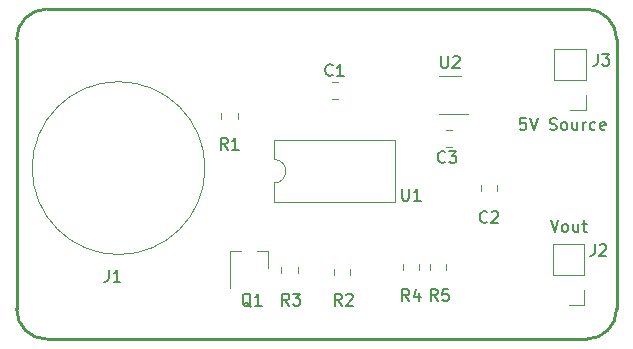
<source format=gbr>
%TF.GenerationSoftware,KiCad,Pcbnew,5.1.6-c6e7f7d~87~ubuntu18.04.1*%
%TF.CreationDate,2020-11-27T17:36:11+05:00*%
%TF.ProjectId,NO2_signal_conditioner,4e4f325f-7369-4676-9e61-6c5f636f6e64,rev?*%
%TF.SameCoordinates,Original*%
%TF.FileFunction,Legend,Top*%
%TF.FilePolarity,Positive*%
%FSLAX46Y46*%
G04 Gerber Fmt 4.6, Leading zero omitted, Abs format (unit mm)*
G04 Created by KiCad (PCBNEW 5.1.6-c6e7f7d~87~ubuntu18.04.1) date 2020-11-27 17:36:11*
%MOMM*%
%LPD*%
G01*
G04 APERTURE LIST*
%TA.AperFunction,Profile*%
%ADD10C,0.254000*%
%TD*%
%ADD11C,0.150000*%
%TA.AperFunction,Profile*%
%ADD12C,0.250000*%
%TD*%
%ADD13C,0.120000*%
G04 APERTURE END LIST*
D10*
X154940000Y-91440000D02*
G75*
G02*
X152400000Y-88900000I0J2540000D01*
G01*
X152400000Y-66040000D02*
G75*
G02*
X154940000Y-63500000I2540000J0D01*
G01*
X200660000Y-63500000D02*
G75*
G02*
X203200000Y-66040000I0J-2540000D01*
G01*
X203200000Y-88900000D02*
G75*
G02*
X200660000Y-91440000I-2540000J0D01*
G01*
D11*
X197612190Y-81367380D02*
X197945523Y-82367380D01*
X198278857Y-81367380D01*
X198755047Y-82367380D02*
X198659809Y-82319761D01*
X198612190Y-82272142D01*
X198564571Y-82176904D01*
X198564571Y-81891190D01*
X198612190Y-81795952D01*
X198659809Y-81748333D01*
X198755047Y-81700714D01*
X198897904Y-81700714D01*
X198993142Y-81748333D01*
X199040761Y-81795952D01*
X199088380Y-81891190D01*
X199088380Y-82176904D01*
X199040761Y-82272142D01*
X198993142Y-82319761D01*
X198897904Y-82367380D01*
X198755047Y-82367380D01*
X199945523Y-81700714D02*
X199945523Y-82367380D01*
X199516952Y-81700714D02*
X199516952Y-82224523D01*
X199564571Y-82319761D01*
X199659809Y-82367380D01*
X199802666Y-82367380D01*
X199897904Y-82319761D01*
X199945523Y-82272142D01*
X200278857Y-81700714D02*
X200659809Y-81700714D01*
X200421714Y-81367380D02*
X200421714Y-82224523D01*
X200469333Y-82319761D01*
X200564571Y-82367380D01*
X200659809Y-82367380D01*
X195508952Y-72731380D02*
X195032761Y-72731380D01*
X194985142Y-73207571D01*
X195032761Y-73159952D01*
X195128000Y-73112333D01*
X195366095Y-73112333D01*
X195461333Y-73159952D01*
X195508952Y-73207571D01*
X195556571Y-73302809D01*
X195556571Y-73540904D01*
X195508952Y-73636142D01*
X195461333Y-73683761D01*
X195366095Y-73731380D01*
X195128000Y-73731380D01*
X195032761Y-73683761D01*
X194985142Y-73636142D01*
X195842285Y-72731380D02*
X196175619Y-73731380D01*
X196508952Y-72731380D01*
X197556571Y-73683761D02*
X197699428Y-73731380D01*
X197937523Y-73731380D01*
X198032761Y-73683761D01*
X198080380Y-73636142D01*
X198128000Y-73540904D01*
X198128000Y-73445666D01*
X198080380Y-73350428D01*
X198032761Y-73302809D01*
X197937523Y-73255190D01*
X197747047Y-73207571D01*
X197651809Y-73159952D01*
X197604190Y-73112333D01*
X197556571Y-73017095D01*
X197556571Y-72921857D01*
X197604190Y-72826619D01*
X197651809Y-72779000D01*
X197747047Y-72731380D01*
X197985142Y-72731380D01*
X198128000Y-72779000D01*
X198699428Y-73731380D02*
X198604190Y-73683761D01*
X198556571Y-73636142D01*
X198508952Y-73540904D01*
X198508952Y-73255190D01*
X198556571Y-73159952D01*
X198604190Y-73112333D01*
X198699428Y-73064714D01*
X198842285Y-73064714D01*
X198937523Y-73112333D01*
X198985142Y-73159952D01*
X199032761Y-73255190D01*
X199032761Y-73540904D01*
X198985142Y-73636142D01*
X198937523Y-73683761D01*
X198842285Y-73731380D01*
X198699428Y-73731380D01*
X199889904Y-73064714D02*
X199889904Y-73731380D01*
X199461333Y-73064714D02*
X199461333Y-73588523D01*
X199508952Y-73683761D01*
X199604190Y-73731380D01*
X199747047Y-73731380D01*
X199842285Y-73683761D01*
X199889904Y-73636142D01*
X200366095Y-73731380D02*
X200366095Y-73064714D01*
X200366095Y-73255190D02*
X200413714Y-73159952D01*
X200461333Y-73112333D01*
X200556571Y-73064714D01*
X200651809Y-73064714D01*
X201413714Y-73683761D02*
X201318476Y-73731380D01*
X201128000Y-73731380D01*
X201032761Y-73683761D01*
X200985142Y-73636142D01*
X200937523Y-73540904D01*
X200937523Y-73255190D01*
X200985142Y-73159952D01*
X201032761Y-73112333D01*
X201128000Y-73064714D01*
X201318476Y-73064714D01*
X201413714Y-73112333D01*
X202223238Y-73683761D02*
X202128000Y-73731380D01*
X201937523Y-73731380D01*
X201842285Y-73683761D01*
X201794666Y-73588523D01*
X201794666Y-73207571D01*
X201842285Y-73112333D01*
X201937523Y-73064714D01*
X202128000Y-73064714D01*
X202223238Y-73112333D01*
X202270857Y-73207571D01*
X202270857Y-73302809D01*
X201794666Y-73398047D01*
D10*
X152400000Y-88900000D02*
X152400000Y-66040000D01*
X200660000Y-91440000D02*
X154940000Y-91440000D01*
D12*
X203200000Y-66040000D02*
X203200000Y-88900000D01*
D10*
X154940000Y-63500000D02*
X200660000Y-63500000D01*
D13*
%TO.C,J3*%
X200593000Y-72069000D02*
X199263000Y-72069000D01*
X200593000Y-70739000D02*
X200593000Y-72069000D01*
X200593000Y-69469000D02*
X197933000Y-69469000D01*
X197933000Y-69469000D02*
X197933000Y-66869000D01*
X200593000Y-69469000D02*
X200593000Y-66869000D01*
X200593000Y-66869000D02*
X197933000Y-66869000D01*
%TO.C,J2*%
X200466000Y-88579000D02*
X199136000Y-88579000D01*
X200466000Y-87249000D02*
X200466000Y-88579000D01*
X200466000Y-85979000D02*
X197806000Y-85979000D01*
X197806000Y-85979000D02*
X197806000Y-83379000D01*
X200466000Y-85979000D02*
X200466000Y-83379000D01*
X200466000Y-83379000D02*
X197806000Y-83379000D01*
%TO.C,J1*%
X168356000Y-76956000D02*
G75*
G03*
X168356000Y-76956000I-7320000J0D01*
G01*
%TO.C,U2*%
X188203000Y-72349000D02*
X190653000Y-72349000D01*
X190003000Y-69129000D02*
X188203000Y-69129000D01*
%TO.C,C3*%
X188717422Y-75132000D02*
X189234578Y-75132000D01*
X188717422Y-73712000D02*
X189234578Y-73712000D01*
%TO.C,U1*%
X174184000Y-74566000D02*
X174184000Y-76216000D01*
X184464000Y-74566000D02*
X174184000Y-74566000D01*
X184464000Y-79866000D02*
X184464000Y-74566000D01*
X174184000Y-79866000D02*
X184464000Y-79866000D01*
X174184000Y-78216000D02*
X174184000Y-79866000D01*
X174184000Y-76216000D02*
G75*
G02*
X174184000Y-78216000I0J-1000000D01*
G01*
%TO.C,R5*%
X187377000Y-85085422D02*
X187377000Y-85602578D01*
X188797000Y-85085422D02*
X188797000Y-85602578D01*
%TO.C,R4*%
X186511000Y-85602578D02*
X186511000Y-85085422D01*
X185091000Y-85602578D02*
X185091000Y-85085422D01*
%TO.C,R3*%
X174804000Y-85339422D02*
X174804000Y-85856578D01*
X176224000Y-85339422D02*
X176224000Y-85856578D01*
%TO.C,R2*%
X179249000Y-85466422D02*
X179249000Y-85983578D01*
X180669000Y-85466422D02*
X180669000Y-85983578D01*
%TO.C,R1*%
X169724000Y-72258422D02*
X169724000Y-72775578D01*
X171144000Y-72258422D02*
X171144000Y-72775578D01*
%TO.C,Q1*%
X173665000Y-83949000D02*
X173665000Y-85409000D01*
X170505000Y-83949000D02*
X170505000Y-87109000D01*
X170505000Y-83949000D02*
X171435000Y-83949000D01*
X173665000Y-83949000D02*
X172735000Y-83949000D01*
%TO.C,C2*%
X193115000Y-78871578D02*
X193115000Y-78354422D01*
X191695000Y-78871578D02*
X191695000Y-78354422D01*
%TO.C,C1*%
X179065422Y-71068000D02*
X179582578Y-71068000D01*
X179065422Y-69648000D02*
X179582578Y-69648000D01*
%TD*%
%TO.C,J3*%
D11*
X201596666Y-67270380D02*
X201596666Y-67984666D01*
X201549047Y-68127523D01*
X201453809Y-68222761D01*
X201310952Y-68270380D01*
X201215714Y-68270380D01*
X201977619Y-67270380D02*
X202596666Y-67270380D01*
X202263333Y-67651333D01*
X202406190Y-67651333D01*
X202501428Y-67698952D01*
X202549047Y-67746571D01*
X202596666Y-67841809D01*
X202596666Y-68079904D01*
X202549047Y-68175142D01*
X202501428Y-68222761D01*
X202406190Y-68270380D01*
X202120476Y-68270380D01*
X202025238Y-68222761D01*
X201977619Y-68175142D01*
%TO.C,J2*%
X201342666Y-83399380D02*
X201342666Y-84113666D01*
X201295047Y-84256523D01*
X201199809Y-84351761D01*
X201056952Y-84399380D01*
X200961714Y-84399380D01*
X201771238Y-83494619D02*
X201818857Y-83447000D01*
X201914095Y-83399380D01*
X202152190Y-83399380D01*
X202247428Y-83447000D01*
X202295047Y-83494619D01*
X202342666Y-83589857D01*
X202342666Y-83685095D01*
X202295047Y-83827952D01*
X201723619Y-84399380D01*
X202342666Y-84399380D01*
%TO.C,J1*%
X160194666Y-85558380D02*
X160194666Y-86272666D01*
X160147047Y-86415523D01*
X160051809Y-86510761D01*
X159908952Y-86558380D01*
X159813714Y-86558380D01*
X161194666Y-86558380D02*
X160623238Y-86558380D01*
X160908952Y-86558380D02*
X160908952Y-85558380D01*
X160813714Y-85701238D01*
X160718476Y-85796476D01*
X160623238Y-85844095D01*
%TO.C,U2*%
X188341095Y-67485380D02*
X188341095Y-68294904D01*
X188388714Y-68390142D01*
X188436333Y-68437761D01*
X188531571Y-68485380D01*
X188722047Y-68485380D01*
X188817285Y-68437761D01*
X188864904Y-68390142D01*
X188912523Y-68294904D01*
X188912523Y-67485380D01*
X189341095Y-67580619D02*
X189388714Y-67533000D01*
X189483952Y-67485380D01*
X189722047Y-67485380D01*
X189817285Y-67533000D01*
X189864904Y-67580619D01*
X189912523Y-67675857D01*
X189912523Y-67771095D01*
X189864904Y-67913952D01*
X189293476Y-68485380D01*
X189912523Y-68485380D01*
%TO.C,C3*%
X188682333Y-76430142D02*
X188634714Y-76477761D01*
X188491857Y-76525380D01*
X188396619Y-76525380D01*
X188253761Y-76477761D01*
X188158523Y-76382523D01*
X188110904Y-76287285D01*
X188063285Y-76096809D01*
X188063285Y-75953952D01*
X188110904Y-75763476D01*
X188158523Y-75668238D01*
X188253761Y-75573000D01*
X188396619Y-75525380D01*
X188491857Y-75525380D01*
X188634714Y-75573000D01*
X188682333Y-75620619D01*
X189015666Y-75525380D02*
X189634714Y-75525380D01*
X189301380Y-75906333D01*
X189444238Y-75906333D01*
X189539476Y-75953952D01*
X189587095Y-76001571D01*
X189634714Y-76096809D01*
X189634714Y-76334904D01*
X189587095Y-76430142D01*
X189539476Y-76477761D01*
X189444238Y-76525380D01*
X189158523Y-76525380D01*
X189063285Y-76477761D01*
X189015666Y-76430142D01*
%TO.C,U1*%
X185039095Y-78700380D02*
X185039095Y-79509904D01*
X185086714Y-79605142D01*
X185134333Y-79652761D01*
X185229571Y-79700380D01*
X185420047Y-79700380D01*
X185515285Y-79652761D01*
X185562904Y-79605142D01*
X185610523Y-79509904D01*
X185610523Y-78700380D01*
X186610523Y-79700380D02*
X186039095Y-79700380D01*
X186324809Y-79700380D02*
X186324809Y-78700380D01*
X186229571Y-78843238D01*
X186134333Y-78938476D01*
X186039095Y-78986095D01*
%TO.C,R5*%
X188047333Y-88209380D02*
X187714000Y-87733190D01*
X187475904Y-88209380D02*
X187475904Y-87209380D01*
X187856857Y-87209380D01*
X187952095Y-87257000D01*
X187999714Y-87304619D01*
X188047333Y-87399857D01*
X188047333Y-87542714D01*
X187999714Y-87637952D01*
X187952095Y-87685571D01*
X187856857Y-87733190D01*
X187475904Y-87733190D01*
X188952095Y-87209380D02*
X188475904Y-87209380D01*
X188428285Y-87685571D01*
X188475904Y-87637952D01*
X188571142Y-87590333D01*
X188809238Y-87590333D01*
X188904476Y-87637952D01*
X188952095Y-87685571D01*
X188999714Y-87780809D01*
X188999714Y-88018904D01*
X188952095Y-88114142D01*
X188904476Y-88161761D01*
X188809238Y-88209380D01*
X188571142Y-88209380D01*
X188475904Y-88161761D01*
X188428285Y-88114142D01*
%TO.C,R4*%
X185634333Y-88209380D02*
X185301000Y-87733190D01*
X185062904Y-88209380D02*
X185062904Y-87209380D01*
X185443857Y-87209380D01*
X185539095Y-87257000D01*
X185586714Y-87304619D01*
X185634333Y-87399857D01*
X185634333Y-87542714D01*
X185586714Y-87637952D01*
X185539095Y-87685571D01*
X185443857Y-87733190D01*
X185062904Y-87733190D01*
X186491476Y-87542714D02*
X186491476Y-88209380D01*
X186253380Y-87161761D02*
X186015285Y-87876047D01*
X186634333Y-87876047D01*
%TO.C,R3*%
X175474333Y-88590380D02*
X175141000Y-88114190D01*
X174902904Y-88590380D02*
X174902904Y-87590380D01*
X175283857Y-87590380D01*
X175379095Y-87638000D01*
X175426714Y-87685619D01*
X175474333Y-87780857D01*
X175474333Y-87923714D01*
X175426714Y-88018952D01*
X175379095Y-88066571D01*
X175283857Y-88114190D01*
X174902904Y-88114190D01*
X175807666Y-87590380D02*
X176426714Y-87590380D01*
X176093380Y-87971333D01*
X176236238Y-87971333D01*
X176331476Y-88018952D01*
X176379095Y-88066571D01*
X176426714Y-88161809D01*
X176426714Y-88399904D01*
X176379095Y-88495142D01*
X176331476Y-88542761D01*
X176236238Y-88590380D01*
X175950523Y-88590380D01*
X175855285Y-88542761D01*
X175807666Y-88495142D01*
%TO.C,R2*%
X179919333Y-88590380D02*
X179586000Y-88114190D01*
X179347904Y-88590380D02*
X179347904Y-87590380D01*
X179728857Y-87590380D01*
X179824095Y-87638000D01*
X179871714Y-87685619D01*
X179919333Y-87780857D01*
X179919333Y-87923714D01*
X179871714Y-88018952D01*
X179824095Y-88066571D01*
X179728857Y-88114190D01*
X179347904Y-88114190D01*
X180300285Y-87685619D02*
X180347904Y-87638000D01*
X180443142Y-87590380D01*
X180681238Y-87590380D01*
X180776476Y-87638000D01*
X180824095Y-87685619D01*
X180871714Y-87780857D01*
X180871714Y-87876095D01*
X180824095Y-88018952D01*
X180252666Y-88590380D01*
X180871714Y-88590380D01*
%TO.C,R1*%
X170267333Y-75382380D02*
X169934000Y-74906190D01*
X169695904Y-75382380D02*
X169695904Y-74382380D01*
X170076857Y-74382380D01*
X170172095Y-74430000D01*
X170219714Y-74477619D01*
X170267333Y-74572857D01*
X170267333Y-74715714D01*
X170219714Y-74810952D01*
X170172095Y-74858571D01*
X170076857Y-74906190D01*
X169695904Y-74906190D01*
X171219714Y-75382380D02*
X170648285Y-75382380D01*
X170934000Y-75382380D02*
X170934000Y-74382380D01*
X170838761Y-74525238D01*
X170743523Y-74620476D01*
X170648285Y-74668095D01*
%TO.C,Q1*%
X172243761Y-88685619D02*
X172148523Y-88638000D01*
X172053285Y-88542761D01*
X171910428Y-88399904D01*
X171815190Y-88352285D01*
X171719952Y-88352285D01*
X171767571Y-88590380D02*
X171672333Y-88542761D01*
X171577095Y-88447523D01*
X171529476Y-88257047D01*
X171529476Y-87923714D01*
X171577095Y-87733238D01*
X171672333Y-87638000D01*
X171767571Y-87590380D01*
X171958047Y-87590380D01*
X172053285Y-87638000D01*
X172148523Y-87733238D01*
X172196142Y-87923714D01*
X172196142Y-88257047D01*
X172148523Y-88447523D01*
X172053285Y-88542761D01*
X171958047Y-88590380D01*
X171767571Y-88590380D01*
X173148523Y-88590380D02*
X172577095Y-88590380D01*
X172862809Y-88590380D02*
X172862809Y-87590380D01*
X172767571Y-87733238D01*
X172672333Y-87828476D01*
X172577095Y-87876095D01*
%TO.C,C2*%
X192238333Y-81510142D02*
X192190714Y-81557761D01*
X192047857Y-81605380D01*
X191952619Y-81605380D01*
X191809761Y-81557761D01*
X191714523Y-81462523D01*
X191666904Y-81367285D01*
X191619285Y-81176809D01*
X191619285Y-81033952D01*
X191666904Y-80843476D01*
X191714523Y-80748238D01*
X191809761Y-80653000D01*
X191952619Y-80605380D01*
X192047857Y-80605380D01*
X192190714Y-80653000D01*
X192238333Y-80700619D01*
X192619285Y-80700619D02*
X192666904Y-80653000D01*
X192762142Y-80605380D01*
X193000238Y-80605380D01*
X193095476Y-80653000D01*
X193143095Y-80700619D01*
X193190714Y-80795857D01*
X193190714Y-80891095D01*
X193143095Y-81033952D01*
X192571666Y-81605380D01*
X193190714Y-81605380D01*
%TO.C,C1*%
X179157333Y-69065142D02*
X179109714Y-69112761D01*
X178966857Y-69160380D01*
X178871619Y-69160380D01*
X178728761Y-69112761D01*
X178633523Y-69017523D01*
X178585904Y-68922285D01*
X178538285Y-68731809D01*
X178538285Y-68588952D01*
X178585904Y-68398476D01*
X178633523Y-68303238D01*
X178728761Y-68208000D01*
X178871619Y-68160380D01*
X178966857Y-68160380D01*
X179109714Y-68208000D01*
X179157333Y-68255619D01*
X180109714Y-69160380D02*
X179538285Y-69160380D01*
X179824000Y-69160380D02*
X179824000Y-68160380D01*
X179728761Y-68303238D01*
X179633523Y-68398476D01*
X179538285Y-68446095D01*
%TD*%
M02*

</source>
